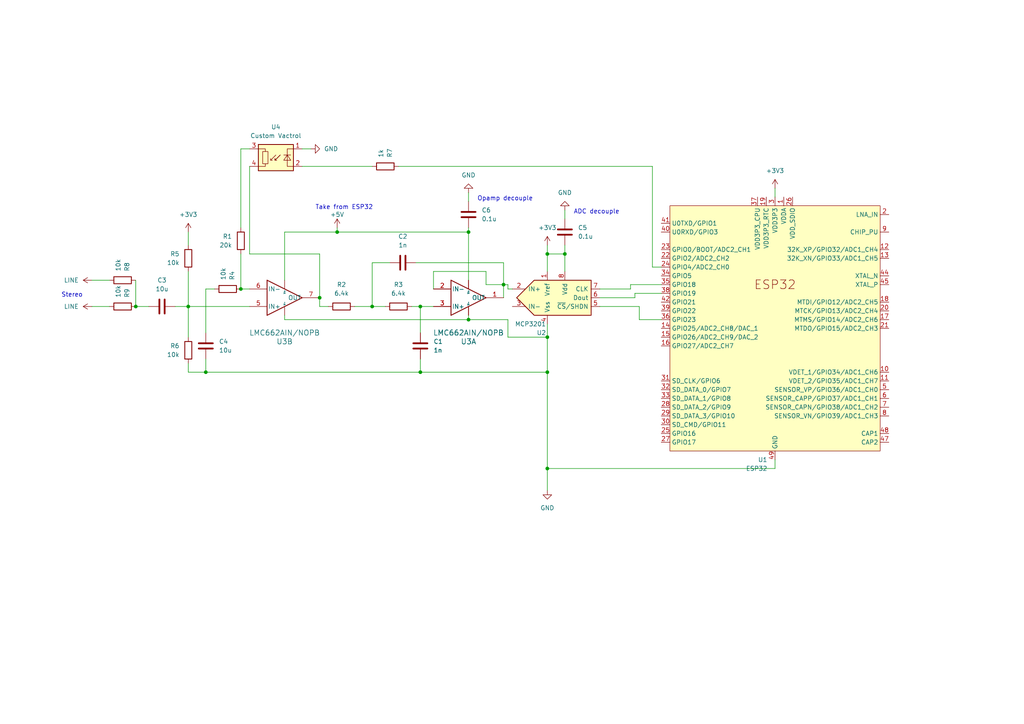
<source format=kicad_sch>
(kicad_sch (version 20230121) (generator eeschema)
  (paper "A4")
  (lib_symbols
    (symbol "2023-11-27_09-24-17:LMC662AIN_NOPB" (pin_names (offset 0.254))
      (property "Reference" "U3" (at 5.08 -17.78 0))
      (property "Value" "LMC662AIN/NOPB" (at 5.08 -15.24 0))
      (symbol "LMC662AIN_NOPB_1_1"
        (polyline (pts (xy 0 -10.16) (xy 10.16 -5.08)) (stroke (width 0.254)))
        (polyline (pts (xy 0 0) (xy 0 -10.16)) (stroke (width 0.254)))
        (polyline (pts (xy 0 0) (xy 10.16 -5.08)) (stroke (width 0.254)))
        (pin input line (at 5.08 0 270) (length 2.54) (name "V+") (number ""))
        (pin input line (at 5.08 -10.16 90) (length 2.54) (name "V-") (number ""))
        (pin output line (at 15.24 -5.08 180) (length 5.08) (name "OUT") (number "1"))
        (pin input line (at -5.08 -2.54 0) (length 5.08) (name "IN-") (number "2"))
        (pin input line (at -5.08 -7.62 0) (length 5.08) (name "IN+") (number "3"))
      )
      (symbol "LMC662AIN_NOPB_1_2"
        (polyline (pts (xy 0 -10.16) (xy 10.16 -5.08)) (stroke (width 0.254)))
        (polyline (pts (xy 0 0) (xy 0 -10.16)) (stroke (width 0.254)))
        (polyline (pts (xy 0 0) (xy 10.16 -5.08)) (stroke (width 0.254)))
        (polyline (pts (xy 1.016 -7.62) (xy 2.54 -7.62)) (stroke (width 0.254)))
        (polyline (pts (xy 1.016 -2.54) (xy 2.54 -2.54)) (stroke (width 0.254)))
        (polyline (pts (xy 1.778 -6.858) (xy 1.778 -8.382)) (stroke (width 0.254)))
        (pin output line (at 15.24 -5.08 180) (length 5.08) (name "OUT") (number "1"))
        (pin input line (at -5.08 -2.54 0) (length 5.08) (name "IN-") (number "2"))
        (pin input line (at -5.08 -7.62 0) (length 5.08) (name "IN+") (number "3"))
      )
      (symbol "LMC662AIN_NOPB_2_1"
        (polyline (pts (xy 0 -10.16) (xy 10.16 -5.08)) (stroke (width 0.254)))
        (polyline (pts (xy 0 0) (xy 0 -10.16)) (stroke (width 0.254)))
        (polyline (pts (xy 0 0) (xy 10.16 -5.08)) (stroke (width 0.254)))
        (pin input line (at 5.08 0 270) (length 2.54) (name "V+") (number ""))
        (pin input line (at 5.08 -10.16 90) (length 2.54) (name "V-") (number ""))
        (pin input line (at -5.08 -7.62 0) (length 5.08) (name "IN+") (number "5"))
        (pin input line (at -5.08 -2.54 0) (length 5.08) (name "IN-") (number "6"))
        (pin output line (at 15.24 -5.08 180) (length 5.08) (name "OUT") (number "7"))
      )
      (symbol "LMC662AIN_NOPB_2_2"
        (polyline (pts (xy 0 -10.16) (xy 10.16 -5.08)) (stroke (width 0.254)))
        (polyline (pts (xy 0 0) (xy 0 -10.16)) (stroke (width 0.254)))
        (polyline (pts (xy 0 0) (xy 10.16 -5.08)) (stroke (width 0.254)))
        (polyline (pts (xy 1.016 -7.62) (xy 2.54 -7.62)) (stroke (width 0.254)))
        (polyline (pts (xy 1.016 -2.54) (xy 2.54 -2.54)) (stroke (width 0.254)))
        (polyline (pts (xy 1.778 -6.858) (xy 1.778 -8.382)) (stroke (width 0.254)))
        (pin input line (at -5.08 -7.62 0) (length 5.08) (name "IN+") (number "5"))
        (pin input line (at -5.08 -2.54 0) (length 5.08) (name "IN-") (number "6"))
        (pin output line (at 15.24 -5.08 180) (length 5.08) (name "OUT") (number "7"))
      )
    )
    (symbol "Analog_ADC:MCP3201" (pin_names (offset 0.762))
      (property "Reference" "U" (at 3.81 8.89 0))
      (property "Value" "MCP3201" (at 3.81 6.35 0))
      (symbol "MCP3201_0_0"
        (polyline (pts (xy -11.43 0) (xy -6.35 5.08) (xy 10.16 5.08) (xy 10.16 -5.08) (xy -6.35 -5.08) (xy -11.43 0)) (stroke (width 0.254)) (fill (type background)))
      )
      (symbol "MCP3201_1_1"
        (pin power_in line (at -2.54 7.62 270) (length 2.54) (name "Vref") (number "1"))
        (pin input line (at -12.7 2.54 0) (length 3.81) (name "IN+") (number "2"))
        (pin input line (at -12.7 -2.54 0) (length 3.81) (name "IN-") (number "3"))
        (pin power_in line (at -2.54 -7.62 90) (length 2.54) (name "Vss") (number "4"))
        (pin input line (at 12.7 -2.54 180) (length 2.54) (name "~{CS}/SHDN") (number "5"))
        (pin output line (at 12.7 0 180) (length 2.54) (name "Dout") (number "6"))
        (pin input line (at 12.7 2.54 180) (length 2.54) (name "CLK") (number "7"))
        (pin power_in line (at 2.54 7.62 270) (length 2.54) (name "Vdd") (number "8"))
      )
    )
    (symbol "Device:C" (pin_numbers hide) (pin_names (offset 0.254))
      (property "Reference" "C" (at 0.635 2.54 0))
      (property "Value" "C" (at 0.635 -2.54 0))
      (symbol "C_0_1"
        (polyline (pts (xy -2.032 -0.762) (xy 2.032 -0.762)) (stroke (width 0.508)))
        (polyline (pts (xy -2.032 0.762) (xy 2.032 0.762)) (stroke (width 0.508)))
      )
      (symbol "C_1_1"
        (pin passive line (at 0 3.81 270) (length 2.794) (name "~") (number "1"))
        (pin passive line (at 0 -3.81 90) (length 2.794) (name "~") (number "2"))
      )
    )
    (symbol "Device:R" (pin_numbers hide) (pin_names (offset 0))
      (property "Reference" "R" (at 2.032 0 90))
      (property "Value" "R" (at 0 0 90))
      (symbol "R_0_1"
        (rectangle (start -1.016 -2.54) (end 1.016 2.54) (stroke (width 0.254)))
      )
      (symbol "R_1_1"
        (pin passive line (at 0 3.81 270) (length 1.27) (name "~") (number "1"))
        (pin passive line (at 0 -3.81 90) (length 1.27) (name "~") (number "2"))
      )
    )
    (symbol "Isolator:VTL5C" (pin_names (offset 1.016) hide)
      (property "Reference" "U" (at 0 5.08 0))
      (property "Value" "VTL5C" (at 0 -5.08 0))
      (symbol "VTL5C_0_1"
        (rectangle (start -5.08 3.81) (end 5.08 -3.81) (stroke (width 0.254)) (fill (type background)))
        (polyline (pts (xy -4.318 0.762) (xy -2.286 0.762)))
        (polyline (pts (xy -1.27 0.762) (xy 0.254 -0.762)))
        (polyline (pts (xy -1.27 0.762) (xy 0.254 -0.762)))
        (polyline (pts (xy 0 0.762) (xy 1.524 -0.762)))
        (polyline (pts (xy 0.254 -0.254) (xy 0.254 -0.762) (xy -0.254 -0.762)))
        (polyline (pts (xy 0.254 -0.254) (xy 0.254 -0.762) (xy -0.254 -0.762)))
        (polyline (pts (xy 1.524 -0.254) (xy 1.524 -0.762) (xy 1.016 -0.762)))
        (polyline (pts (xy 3.048 -1.778) (xy 3.048 -2.54) (xy 5.08 -2.54)))
        (polyline (pts (xy 3.048 1.778) (xy 3.048 2.54) (xy 5.08 2.54)))
        (polyline (pts (xy -5.08 -2.54) (xy -3.302 -2.54) (xy -3.302 2.54) (xy -5.08 2.54)))
        (rectangle (start 2.286 1.778) (end 3.81 -1.778))
      )
      (symbol "VTL5C_1_1"
        (polyline (pts (xy -4.318 -0.762) (xy -3.302 0.762) (xy -2.286 -0.762) (xy -4.318 -0.762)))
        (pin passive line (at -7.62 2.54 0) (length 2.54) (name "-") (number "1"))
        (pin passive line (at -7.62 -2.54 0) (length 2.54) (name "+") (number "2"))
        (pin passive line (at 7.62 2.54 180) (length 2.54) (name "~") (number "3"))
        (pin passive line (at 7.62 -2.54 180) (length 2.54) (name "~") (number "4"))
      )
    )
    (symbol "LMC662AIN_NOPB_1" (pin_names (offset 0.254))
      (property "Reference" "U3" (at 5.08 -17.78 0))
      (property "Value" "LMC662AIN/NOPB" (at 5.08 -15.24 0))
      (symbol "LMC662AIN_NOPB_1_1_1"
        (polyline (pts (xy 0 -10.16) (xy 10.16 -5.08)) (stroke (width 0.254)))
        (polyline (pts (xy 0 0) (xy 0 -10.16)) (stroke (width 0.254)))
        (polyline (pts (xy 0 0) (xy 10.16 -5.08)) (stroke (width 0.254)))
        (pin input line (at 5.08 0 270) (length 2.54) (name "V+") (number ""))
        (pin input line (at 5.08 -10.16 90) (length 2.54) (name "V-") (number ""))
        (pin output line (at 15.24 -5.08 180) (length 5.08) (name "OUT") (number "1"))
        (pin input line (at -5.08 -2.54 0) (length 5.08) (name "IN-") (number "2"))
        (pin input line (at -5.08 -7.62 0) (length 5.08) (name "IN+") (number "3"))
      )
      (symbol "LMC662AIN_NOPB_1_1_2"
        (polyline (pts (xy 0 -10.16) (xy 10.16 -5.08)) (stroke (width 0.254)))
        (polyline (pts (xy 0 0) (xy 0 -10.16)) (stroke (width 0.254)))
        (polyline (pts (xy 0 0) (xy 10.16 -5.08)) (stroke (width 0.254)))
        (polyline (pts (xy 1.016 -7.62) (xy 2.54 -7.62)) (stroke (width 0.254)))
        (polyline (pts (xy 1.016 -2.54) (xy 2.54 -2.54)) (stroke (width 0.254)))
        (polyline (pts (xy 1.778 -6.858) (xy 1.778 -8.382)) (stroke (width 0.254)))
        (pin output line (at 15.24 -5.08 180) (length 5.08) (name "OUT") (number "1"))
        (pin input line (at -5.08 -2.54 0) (length 5.08) (name "IN-") (number "2"))
        (pin input line (at -5.08 -7.62 0) (length 5.08) (name "IN+") (number "3"))
      )
      (symbol "LMC662AIN_NOPB_1_2_1"
        (polyline (pts (xy 0 -10.16) (xy 10.16 -5.08)) (stroke (width 0.254)))
        (polyline (pts (xy 0 0) (xy 0 -10.16)) (stroke (width 0.254)))
        (polyline (pts (xy 0 0) (xy 10.16 -5.08)) (stroke (width 0.254)))
        (pin input line (at 5.08 0 270) (length 2.54) (name "V+") (number ""))
        (pin input line (at 5.08 -10.16 90) (length 2.54) (name "V-") (number ""))
        (pin input line (at -5.08 -7.62 0) (length 5.08) (name "IN+") (number "5"))
        (pin input line (at -5.08 -2.54 0) (length 5.08) (name "IN-") (number "6"))
        (pin output line (at 15.24 -5.08 180) (length 5.08) (name "OUT") (number "7"))
      )
      (symbol "LMC662AIN_NOPB_1_2_2"
        (polyline (pts (xy 0 -10.16) (xy 10.16 -5.08)) (stroke (width 0.254)))
        (polyline (pts (xy 0 0) (xy 0 -10.16)) (stroke (width 0.254)))
        (polyline (pts (xy 0 0) (xy 10.16 -5.08)) (stroke (width 0.254)))
        (polyline (pts (xy 1.016 -7.62) (xy 2.54 -7.62)) (stroke (width 0.254)))
        (polyline (pts (xy 1.016 -2.54) (xy 2.54 -2.54)) (stroke (width 0.254)))
        (polyline (pts (xy 1.778 -6.858) (xy 1.778 -8.382)) (stroke (width 0.254)))
        (pin input line (at -5.08 -7.62 0) (length 5.08) (name "IN+") (number "5"))
        (pin input line (at -5.08 -2.54 0) (length 5.08) (name "IN-") (number "6"))
        (pin output line (at 15.24 -5.08 180) (length 5.08) (name "OUT") (number "7"))
      )
    )
    (symbol "PCM_Espressif:ESP32"
      (property "Reference" "U" (at -30.48 40.64 0))
      (property "Value" "ESP32" (at -30.48 38.1 0))
      (symbol "ESP32_0_0"
        (text "ESP32" (at 0 12.7 0) (effects (font (size 2.54 2.54))))
      )
      (symbol "ESP32_0_1"
        (rectangle (start -30.48 35.56) (end 30.48 -35.56) (fill (type background)))
      )
      (symbol "ESP32_1_1"
        (pin power_in line (at -2.54 38.1 270) (length 2.54) (name "VDDA") (number "1"))
        (pin input line (at -33.02 -12.7 0) (length 2.54) (name "VDET_1/GPIO34/ADC1_CH6") (number "10"))
        (pin input line (at -33.02 -15.24 0) (length 2.54) (name "VDET_2/GPIO35/ADC1_CH7") (number "11"))
        (pin bidirectional line (at -33.02 22.86 0) (length 2.54) (name "32K_XP/GPIO32/ADC1_CH4") (number "12"))
        (pin bidirectional line (at -33.02 20.32 0) (length 2.54) (name "32K_XN/GPIO33/ADC1_CH5") (number "13"))
        (pin bidirectional line (at 33.02 0 180) (length 2.54) (name "GPIO25/ADC2_CH8/DAC_1") (number "14"))
        (pin bidirectional line (at 33.02 -2.54 180) (length 2.54) (name "GPIO26/ADC2_CH9/DAC_2") (number "15"))
        (pin bidirectional line (at 33.02 -5.08 180) (length 2.54) (name "GPIO27/ADC2_CH7") (number "16"))
        (pin bidirectional line (at -33.02 2.54 0) (length 2.54) (name "MTMS/GPIO14/ADC2_CH6") (number "17"))
        (pin bidirectional line (at -33.02 7.62 0) (length 2.54) (name "MTDI/GPIO12/ADC2_CH5") (number "18"))
        (pin power_in line (at 2.54 38.1 270) (length 2.54) (name "VDD3P3_RTC") (number "19"))
        (pin bidirectional line (at -33.02 33.02 0) (length 2.54) (name "LNA_IN") (number "2"))
        (pin bidirectional line (at -33.02 5.08 0) (length 2.54) (name "MTCK/GPIO13/ADC2_CH4") (number "20"))
        (pin bidirectional line (at -33.02 0 0) (length 2.54) (name "MTDO/GPIO15/ADC2_CH3") (number "21"))
        (pin bidirectional line (at 33.02 20.32 180) (length 2.54) (name "GPIO2/ADC2_CH2") (number "22"))
        (pin bidirectional line (at 33.02 22.86 180) (length 2.54) (name "GPIO0/BOOT/ADC2_CH1") (number "23"))
        (pin bidirectional line (at 33.02 17.78 180) (length 2.54) (name "GPIO4/ADC2_CH0") (number "24"))
        (pin bidirectional line (at 33.02 -30.48 180) (length 2.54) (name "GPIO16") (number "25"))
        (pin power_out line (at -5.08 38.1 270) (length 2.54) (name "VDD_SDIO") (number "26"))
        (pin bidirectional line (at 33.02 -33.02 180) (length 2.54) (name "GPIO17") (number "27"))
        (pin bidirectional line (at 33.02 -22.86 180) (length 2.54) (name "SD_DATA_2/GPIO9") (number "28"))
        (pin bidirectional line (at 33.02 -25.4 180) (length 2.54) (name "SD_DATA_3/GPIO10") (number "29"))
        (pin power_in line (at 0 38.1 270) (length 2.54) (name "VDD3P3") (number "3"))
        (pin bidirectional line (at 33.02 -27.94 180) (length 2.54) (name "SD_CMD/GPIO11") (number "30"))
        (pin bidirectional line (at 33.02 -15.24 180) (length 2.54) (name "SD_CLK/GPIO6") (number "31"))
        (pin bidirectional line (at 33.02 -17.78 180) (length 2.54) (name "SD_DATA_0/GPIO7") (number "32"))
        (pin bidirectional line (at 33.02 -20.32 180) (length 2.54) (name "SD_DATA_1/GPIO8") (number "33"))
        (pin bidirectional line (at 33.02 15.24 180) (length 2.54) (name "GPIO5") (number "34"))
        (pin bidirectional line (at 33.02 12.7 180) (length 2.54) (name "GPIO18") (number "35"))
        (pin bidirectional line (at 33.02 2.54 180) (length 2.54) (name "GPIO23") (number "36"))
        (pin power_in line (at 5.08 38.1 270) (length 2.54) (name "VDD3P3_CPU") (number "37"))
        (pin bidirectional line (at 33.02 10.16 180) (length 2.54) (name "GPIO19") (number "38"))
        (pin bidirectional line (at 33.02 5.08 180) (length 2.54) (name "GPIO22") (number "39"))
        (pin passive line (at 0 38.1 270) (length 2.54) hide (name "VDD3P3") (number "4"))
        (pin bidirectional line (at 33.02 27.94 180) (length 2.54) (name "U0RXD/GPIO3") (number "40"))
        (pin bidirectional line (at 33.02 30.48 180) (length 2.54) (name "U0TXD/GPIO1") (number "41"))
        (pin bidirectional line (at 33.02 7.62 180) (length 2.54) (name "GPIO21") (number "42"))
        (pin passive line (at -2.54 38.1 270) (length 2.54) hide (name "VDDA") (number "43"))
        (pin output line (at -33.02 15.24 0) (length 2.54) (name "XTAL_N") (number "44"))
        (pin input line (at -33.02 12.7 0) (length 2.54) (name "XTAL_P") (number "45"))
        (pin passive line (at -2.54 38.1 270) (length 2.54) hide (name "VDDA") (number "46"))
        (pin input line (at -33.02 -33.02 0) (length 2.54) (name "CAP2") (number "47"))
        (pin input line (at -33.02 -30.48 0) (length 2.54) (name "CAP1") (number "48"))
        (pin power_in line (at 0 -38.1 90) (length 2.54) (name "GND") (number "49"))
        (pin input line (at -33.02 -17.78 0) (length 2.54) (name "SENSOR_VP/GPIO36/ADC1_CH0") (number "5"))
        (pin input line (at -33.02 -20.32 0) (length 2.54) (name "SENSOR_CAPP/GPIO37/ADC1_CH1") (number "6"))
        (pin input line (at -33.02 -22.86 0) (length 2.54) (name "SENSOR_CAPN/GPIO38/ADC1_CH2") (number "7"))
        (pin input line (at -33.02 -25.4 0) (length 2.54) (name "SENSOR_VN/GPIO39/ADC1_CH3") (number "8"))
        (pin input line (at -33.02 27.94 0) (length 2.54) (name "CHIP_PU") (number "9"))
      )
    )
    (symbol "power:+3V3" (power) (pin_names (offset 0))
      (property "Value" "+3V3" (at 0 3.556 0))
      (symbol "+3V3_0_1"
        (polyline (pts (xy -0.762 1.27) (xy 0 2.54)))
        (polyline (pts (xy 0 0) (xy 0 2.54)))
        (polyline (pts (xy 0 2.54) (xy 0.762 1.27)))
      )
      (symbol "+3V3_1_1"
        (pin power_in line (at 0 0 90) (length 0) hide (name "+3V3") (number "1"))
      )
    )
    (symbol "power:+5V" (power) (pin_names (offset 0))
      (property "Value" "+5V" (at 0 3.556 0))
      (symbol "+5V_0_1"
        (polyline (pts (xy -0.762 1.27) (xy 0 2.54)))
        (polyline (pts (xy 0 0) (xy 0 2.54)))
        (polyline (pts (xy 0 2.54) (xy 0.762 1.27)))
      )
      (symbol "+5V_1_1"
        (pin power_in line (at 0 0 90) (length 0) hide (name "+5V") (number "1"))
      )
    )
    (symbol "power:GND" (power) (pin_names (offset 0))
      (property "Value" "GND" (at 0 -3.81 0))
      (symbol "GND_0_1"
        (polyline (pts (xy 0 0) (xy 0 -1.27) (xy 1.27 -1.27) (xy 0 -2.54) (xy -1.27 -1.27) (xy 0 -1.27)))
      )
      (symbol "GND_1_1"
        (pin power_in line (at 0 0 270) (length 0) hide (name "GND") (number "1"))
      )
    )
    (symbol "power:LINE" (power) (pin_names (offset 0))
      (property "Value" "LINE" (at 0 3.81 0))
      (symbol "LINE_0_1"
        (polyline (pts (xy -0.762 1.27) (xy 0 2.54)))
        (polyline (pts (xy 0 0) (xy 0 2.54)))
        (polyline (pts (xy 0 2.54) (xy 0.762 1.27)))
      )
      (symbol "LINE_1_1"
        (pin power_in line (at 0 0 90) (length 0) hide (name "LINE") (number "1"))
      )
    )
  )
  (junction (at 146.05 82.55))
  (junction (at 158.75 135.89))
  (junction (at 158.75 107.95))
  (junction (at 69.85 83.82))
  (junction (at 54.61 88.9))
  (junction (at 135.89 92.71))
  (junction (at 158.75 73.66))
  (junction (at 59.69 107.95))
  (junction (at 135.89 67.31))
  (junction (at 97.79 67.31))
  (junction (at 39.37 88.9))
  (junction (at 121.92 88.9))
  (junction (at 158.75 97.79))
  (junction (at 92.71 86.36))
  (junction (at 163.83 73.66))
  (junction (at 107.95 88.9))
  (junction (at 121.92 107.95))
  (wire (pts (xy 82.55 91.44) (xy 82.55 92.71)))
  (wire (pts (xy 119.38 88.9) (xy 121.92 88.9)))
  (wire (pts (xy 69.85 43.18) (xy 69.85 66.04)))
  (wire (pts (xy 39.37 88.9) (xy 43.18 88.9)))
  (wire (pts (xy 120.65 76.2) (xy 146.05 76.2)))
  (wire (pts (xy 82.55 81.28) (xy 82.55 67.31)))
  (wire (pts (xy 59.69 104.14) (xy 59.69 107.95)))
  (wire (pts (xy 158.75 93.98) (xy 158.75 97.79)))
  (wire (pts (xy 50.8 88.9) (xy 54.61 88.9)))
  (wire (pts (xy 173.99 88.9) (xy 185.42 88.9)))
  (wire (pts (xy 185.42 88.9) (xy 185.42 92.71)))
  (wire (pts (xy 59.69 107.95) (xy 121.92 107.95)))
  (wire (pts (xy 87.63 43.18) (xy 90.17 43.18)))
  (wire (pts (xy 148.59 83.82) (xy 147.32 83.82)))
  (wire (pts (xy 102.87 88.9) (xy 107.95 88.9)))
  (wire (pts (xy 69.85 73.66) (xy 69.85 83.82)))
  (wire (pts (xy 69.85 83.82) (xy 72.39 83.82)))
  (wire (pts (xy 121.92 107.95) (xy 158.75 107.95)))
  (wire (pts (xy 72.39 48.26) (xy 72.39 73.66)))
  (wire (pts (xy 82.55 92.71) (xy 135.89 92.71)))
  (wire (pts (xy 224.79 135.89) (xy 224.79 133.35)))
  (wire (pts (xy 125.73 78.74) (xy 140.97 78.74)))
  (wire (pts (xy 158.75 97.79) (xy 158.75 107.95)))
  (wire (pts (xy 140.97 82.55) (xy 146.05 82.55)))
  (wire (pts (xy 107.95 88.9) (xy 111.76 88.9)))
  (wire (pts (xy 158.75 107.95) (xy 158.75 135.89)))
  (wire (pts (xy 189.23 48.26) (xy 189.23 77.47)))
  (wire (pts (xy 54.61 105.41) (xy 54.61 107.95)))
  (wire (pts (xy 115.57 48.26) (xy 189.23 48.26)))
  (wire (pts (xy 182.88 83.82) (xy 182.88 82.55)))
  (wire (pts (xy 146.05 82.55) (xy 146.05 86.36)))
  (wire (pts (xy 158.75 135.89) (xy 224.79 135.89)))
  (wire (pts (xy 173.99 83.82) (xy 182.88 83.82)))
  (wire (pts (xy 147.32 83.82) (xy 147.32 82.55)))
  (wire (pts (xy 92.71 88.9) (xy 95.25 88.9)))
  (wire (pts (xy 125.73 83.82) (xy 125.73 78.74)))
  (wire (pts (xy 184.15 86.36) (xy 184.15 85.09)))
  (wire (pts (xy 173.99 86.36) (xy 184.15 86.36)))
  (wire (pts (xy 147.32 82.55) (xy 146.05 82.55)))
  (wire (pts (xy 135.89 66.04) (xy 135.89 67.31)))
  (wire (pts (xy 135.89 92.71) (xy 135.89 91.44)))
  (wire (pts (xy 135.89 67.31) (xy 135.89 81.28)))
  (wire (pts (xy 54.61 107.95) (xy 59.69 107.95)))
  (wire (pts (xy 135.89 55.88) (xy 135.89 58.42)))
  (wire (pts (xy 107.95 76.2) (xy 107.95 88.9)))
  (wire (pts (xy 185.42 92.71) (xy 191.77 92.71)))
  (wire (pts (xy 54.61 67.31) (xy 54.61 71.12)))
  (wire (pts (xy 87.63 48.26) (xy 107.95 48.26)))
  (wire (pts (xy 92.71 86.36) (xy 92.71 88.9)))
  (wire (pts (xy 26.67 81.28) (xy 31.75 81.28)))
  (wire (pts (xy 97.79 66.04) (xy 97.79 67.31)))
  (wire (pts (xy 158.75 73.66) (xy 158.75 78.74)))
  (wire (pts (xy 62.23 83.82) (xy 59.69 83.82)))
  (wire (pts (xy 54.61 78.74) (xy 54.61 88.9)))
  (wire (pts (xy 224.79 54.61) (xy 224.79 57.15)))
  (wire (pts (xy 158.75 135.89) (xy 158.75 142.24)))
  (wire (pts (xy 184.15 85.09) (xy 191.77 85.09)))
  (wire (pts (xy 135.89 92.71) (xy 147.32 92.71)))
  (wire (pts (xy 163.83 78.74) (xy 163.83 73.66)))
  (wire (pts (xy 113.03 76.2) (xy 107.95 76.2)))
  (wire (pts (xy 26.67 88.9) (xy 31.75 88.9)))
  (wire (pts (xy 147.32 92.71) (xy 147.32 97.79)))
  (wire (pts (xy 163.83 71.12) (xy 163.83 73.66)))
  (wire (pts (xy 54.61 88.9) (xy 54.61 97.79)))
  (wire (pts (xy 54.61 88.9) (xy 72.39 88.9)))
  (wire (pts (xy 82.55 67.31) (xy 97.79 67.31)))
  (wire (pts (xy 146.05 76.2) (xy 146.05 82.55)))
  (wire (pts (xy 147.32 97.79) (xy 158.75 97.79)))
  (wire (pts (xy 163.83 73.66) (xy 158.75 73.66)))
  (wire (pts (xy 158.75 71.12) (xy 158.75 73.66)))
  (wire (pts (xy 92.71 86.36) (xy 92.71 73.66)))
  (wire (pts (xy 97.79 67.31) (xy 135.89 67.31)))
  (wire (pts (xy 72.39 73.66) (xy 92.71 73.66)))
  (wire (pts (xy 72.39 43.18) (xy 69.85 43.18)))
  (wire (pts (xy 39.37 81.28) (xy 39.37 88.9)))
  (wire (pts (xy 121.92 88.9) (xy 125.73 88.9)))
  (wire (pts (xy 163.83 60.96) (xy 163.83 63.5)))
  (wire (pts (xy 140.97 78.74) (xy 140.97 82.55)))
  (wire (pts (xy 189.23 77.47) (xy 191.77 77.47)))
  (wire (pts (xy 182.88 82.55) (xy 191.77 82.55)))
  (wire (pts (xy 59.69 83.82) (xy 59.69 96.52)))
  (wire (pts (xy 121.92 104.14) (xy 121.92 107.95)))
  (wire (pts (xy 121.92 88.9) (xy 121.92 96.52)))
  (text "ADC decouple\n" (at 166.37 62.23 0) (effects (font (size 1.27 1.27)) (justify left bottom)))
  (text "Stereo" (at 17.78 86.36 0) (effects (font (size 1.27 1.27)) (justify left bottom)))
  (text "Opamp decouple" (at 138.43 58.42 0) (effects (font (size 1.27 1.27)) (justify left bottom)))
  (text "Take from ESP32" (at 91.44 60.96 0) (effects (font (size 1.27 1.27)) (justify left bottom)))
  (symbol (lib_id "power:LINE") (at 26.67 88.9 90) (unit 1)
    (property "Reference" "#PWR010" (effects hide))
    (property "Value" "LINE" (at 22.86 88.9 90) (effects (justify left)))
  )
  (symbol (lib_id "Device:R") (at 115.57 88.9 270) (unit 1)
    (property "Reference" "R3" (at 115.57 82.55 90))
    (property "Value" "6.4k" (at 115.57 85.09 90))
  )
  (symbol (lib_id "Device:R") (at 54.61 74.93 0) (mirror y) (unit 1)
    (property "Reference" "R5" (at 52.07 73.66 0) (effects (justify left)))
    (property "Value" "10k" (at 52.07 76.2 0) (effects (justify left)))
  )
  (symbol (lib_id "power:GND") (at 158.75 142.24 0) (unit 1)
    (property "Reference" "#PWR01" (effects hide))
    (property "Value" "GND" (at 158.75 147.32 0))
  )
  (symbol (lib_id "Device:R") (at 54.61 101.6 0) (mirror y) (unit 1)
    (property "Reference" "R6" (at 52.07 100.33 0) (effects (justify left)))
    (property "Value" "10k" (at 52.07 102.87 0) (effects (justify left)))
  )
  (symbol (lib_id "power:GND") (at 90.17 43.18 90) (unit 1)
    (property "Reference" "#PWR03" (effects hide))
    (property "Value" "GND" (at 93.98 43.18 90) (effects (justify right)))
  )
  (symbol (lib_id "power:GND") (at 135.89 55.88 180) (unit 1)
    (property "Reference" "#PWR05" (effects hide))
    (property "Value" "GND" (at 135.89 50.8 0))
  )
  (symbol (lib_id "power:+3V3") (at 224.79 54.61 0) (unit 1)
    (property "Reference" "#PWR06" (effects hide))
    (property "Value" "+3V3" (at 224.79 49.53 0))
  )
  (symbol (lib_id "Device:C") (at 116.84 76.2 270) (unit 1)
    (property "Reference" "C2" (at 116.84 68.58 90))
    (property "Value" "1n" (at 116.84 71.12 90))
  )
  (symbol (lib_id "Device:R") (at 35.56 81.28 270) (mirror x) (unit 1)
    (property "Reference" "R8" (at 36.83 78.74 0) (effects (justify left)))
    (property "Value" "10k" (at 34.29 78.74 0) (effects (justify left)))
  )
  (symbol (lib_id "Device:R") (at 66.04 83.82 270) (mirror x) (unit 1)
    (property "Reference" "R4" (at 67.31 81.28 0) (effects (justify left)))
    (property "Value" "10k" (at 64.77 81.28 0) (effects (justify left)))
  )
  (symbol (lib_id "Device:C") (at 46.99 88.9 270) (unit 1)
    (property "Reference" "C3" (at 46.99 81.28 90))
    (property "Value" "10u" (at 46.99 83.82 90))
  )
  (symbol (lib_id "power:+3V3") (at 54.61 67.31 0) (unit 1)
    (property "Reference" "#PWR08" (effects hide))
    (property "Value" "+3V3" (at 54.61 62.23 0))
  )
  (symbol (lib_id "Analog_ADC:MCP3201") (at 161.29 86.36 0) (unit 1)
    (property "Reference" "U2" (at 158.4041 96.52 0) (effects (justify right)))
    (property "Value" "MCP3201" (at 158.4041 93.98 0) (effects (justify right)))
    (property "Datasheet" "http://ww1.microchip.com/downloads/en/DeviceDoc/21290D.pdf" (effects hide))
  )
  (symbol (lib_id "Isolator:VTL5C") (at 80.01 45.72 0) (mirror y) (unit 1)
    (property "Reference" "U4" (at 80.01 36.83 0))
    (property "Value" "Custom Vactrol" (at 80.01 39.37 0))
    (property "Footprint" "OptoDevice:PerkinElmer_VTL5C" (effects hide))
    (property "Datasheet" "http://www.qsl.net/wa1ion/vactrol/vactrol.pdf" (effects hide))
  )
  (symbol (lib_id "power:GND") (at 163.83 60.96 180) (unit 1)
    (property "Reference" "#PWR04" (effects hide))
    (property "Value" "GND" (at 163.83 55.88 0))
  )
  (symbol (lib_id "Device:R") (at 111.76 48.26 270) (mirror x) (unit 1)
    (property "Reference" "R7" (at 113.03 45.72 0) (effects (justify left)))
    (property "Value" "1k" (at 110.49 45.72 0) (effects (justify left)))
  )
  (symbol (lib_id "Device:C") (at 163.83 67.31 0) (unit 1)
    (property "Reference" "C5" (at 167.64 66.04 0) (effects (justify left)))
    (property "Value" "0.1u" (at 167.64 68.58 0) (effects (justify left)))
  )
  (symbol (lib_id "2023-11-27_09-24-17:LMC662AIN_NOPB") (at 77.47 81.28 0) (unit 2)
    (property "Reference" "U3" (at 82.55 99.06 0) (effects (font (size 1.524 1.524))))
    (property "Value" "LMC662AIN/NOPB" (at 82.55 96.52 0) (effects (font (size 1.524 1.524))))
    (property "Footprint" "N08E_L" (effects hide))
    (property "Datasheet" "LMC662AIN/NOPB" (effects hide))
  )
  (symbol (lib_id "PCM_Espressif:ESP32") (at 224.79 95.25 0) (mirror y) (unit 1)
    (property "Reference" "U1" (at 222.5959 133.35 0) (effects (justify left)))
    (property "Value" "ESP32" (at 222.5959 135.89 0) (effects (justify left)))
    (property "Footprint" "Package_DFN_QFN:QFN-48-1EP_6x6mm_P0.4mm_EP4.3x4.3mm" (effects hide))
    (property "Datasheet" "https://www.espressif.com/sites/default/files/documentation/esp32_datasheet_en.pdf" (effects hide))
  )
  (symbol (lib_id "Device:C") (at 121.92 100.33 0) (unit 1)
    (property "Reference" "C1" (at 125.73 99.06 0) (effects (justify left)))
    (property "Value" "1n" (at 125.73 101.6 0) (effects (justify left)))
  )
  (symbol (lib_id "power:+5V") (at 97.79 66.04 0) (unit 1)
    (property "Reference" "#PWR02" (effects hide))
    (property "Value" "+5V" (at 97.79 62.23 0))
  )
  (symbol (lib_name "LMC662AIN_NOPB_1") (lib_id "2023-11-27_09-24-17:LMC662AIN_NOPB") (at 130.81 81.28 0) (unit 1)
    (property "Reference" "U3" (at 135.89 99.06 0) (effects (font (size 1.524 1.524))))
    (property "Value" "LMC662AIN/NOPB" (at 135.89 96.52 0) (effects (font (size 1.524 1.524))))
    (property "Footprint" "N08E_L" (effects hide))
    (property "Datasheet" "LMC662AIN/NOPB" (effects hide))
  )
  (symbol (lib_id "Device:R") (at 35.56 88.9 270) (mirror x) (unit 1)
    (property "Reference" "R9" (at 36.83 86.36 0) (effects (justify left)))
    (property "Value" "10k" (at 34.29 86.36 0) (effects (justify left)))
  )
  (symbol (lib_id "Device:C") (at 135.89 62.23 0) (unit 1)
    (property "Reference" "C6" (at 139.7 60.96 0) (effects (justify left)))
    (property "Value" "0.1u" (at 139.7 63.5 0) (effects (justify left)))
  )
  (symbol (lib_id "Device:C") (at 59.69 100.33 180) (unit 1)
    (property "Reference" "C4" (at 63.5 99.06 0) (effects (justify right)))
    (property "Value" "10u" (at 63.5 101.6 0) (effects (justify right)))
  )
  (symbol (lib_id "power:+3V3") (at 158.75 71.12 0) (unit 1)
    (property "Reference" "#PWR07" (effects hide))
    (property "Value" "+3V3" (at 158.75 66.04 0))
  )
  (symbol (lib_id "power:LINE") (at 26.67 81.28 90) (unit 1)
    (property "Reference" "#PWR09" (effects hide))
    (property "Value" "LINE" (at 22.86 81.28 90) (effects (justify left)))
  )
  (symbol (lib_id "Device:R") (at 99.06 88.9 270) (unit 1)
    (property "Reference" "R2" (at 99.06 82.55 90))
    (property "Value" "6.4k" (at 99.06 85.09 90))
  )
  (symbol (lib_id "Device:R") (at 69.85 69.85 0) (mirror y) (unit 1)
    (property "Reference" "R1" (at 67.31 68.58 0) (effects (justify left)))
    (property "Value" "20k" (at 67.31 71.12 0) (effects (justify left)))
  )
)
</source>
